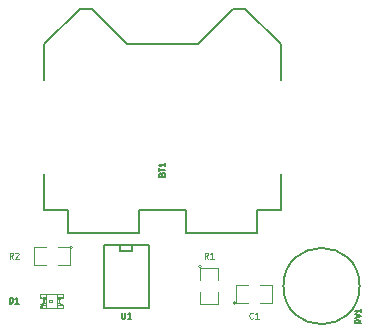
<source format=gto>
G04 (created by PCBNEW (2013-07-07 BZR 4022)-stable) date 9/13/2014 6:53:18 PM*
%MOIN*%
G04 Gerber Fmt 3.4, Leading zero omitted, Abs format*
%FSLAX34Y34*%
G01*
G70*
G90*
G04 APERTURE LIST*
%ADD10C,0.00590551*%
%ADD11C,0.0039*%
%ADD12C,0.0026*%
%ADD13C,0.004*%
%ADD14C,0.002*%
%ADD15C,0.005*%
%ADD16C,0.0043*%
G04 APERTURE END LIST*
G54D10*
G54D11*
X8500Y2150D02*
G75*
G03X8500Y2150I-50J0D01*
G74*
G01*
X8450Y1700D02*
X8450Y2100D01*
X8450Y2100D02*
X9050Y2100D01*
X9050Y2100D02*
X9050Y1700D01*
X9050Y1300D02*
X9050Y900D01*
X9050Y900D02*
X8450Y900D01*
X8450Y900D02*
X8450Y1300D01*
X4200Y2800D02*
G75*
G03X4200Y2800I-50J0D01*
G74*
G01*
X3700Y2800D02*
X4100Y2800D01*
X4100Y2800D02*
X4100Y2200D01*
X4100Y2200D02*
X3700Y2200D01*
X3300Y2200D02*
X2900Y2200D01*
X2900Y2200D02*
X2900Y2800D01*
X2900Y2800D02*
X3300Y2800D01*
X9650Y950D02*
G75*
G03X9650Y950I-50J0D01*
G74*
G01*
X10050Y950D02*
X9650Y950D01*
X9650Y950D02*
X9650Y1550D01*
X9650Y1550D02*
X10050Y1550D01*
X10450Y1550D02*
X10850Y1550D01*
X10850Y1550D02*
X10850Y950D01*
X10850Y950D02*
X10450Y950D01*
G54D12*
X3304Y1118D02*
X3304Y1246D01*
X3304Y1246D02*
X3107Y1246D01*
X3107Y1118D02*
X3107Y1246D01*
X3304Y1118D02*
X3107Y1118D01*
X3304Y873D02*
X3304Y932D01*
X3304Y932D02*
X3205Y932D01*
X3205Y873D02*
X3205Y932D01*
X3304Y873D02*
X3205Y873D01*
X3304Y1068D02*
X3304Y1127D01*
X3304Y1127D02*
X3205Y1127D01*
X3205Y1068D02*
X3205Y1127D01*
X3304Y1068D02*
X3205Y1068D01*
X3304Y922D02*
X3304Y1078D01*
X3304Y1078D02*
X3235Y1078D01*
X3235Y922D02*
X3235Y1078D01*
X3304Y922D02*
X3235Y922D01*
X3893Y1118D02*
X3893Y1246D01*
X3893Y1246D02*
X3696Y1246D01*
X3696Y1118D02*
X3696Y1246D01*
X3893Y1118D02*
X3696Y1118D01*
X3893Y754D02*
X3893Y882D01*
X3893Y882D02*
X3696Y882D01*
X3696Y754D02*
X3696Y882D01*
X3893Y754D02*
X3696Y754D01*
X3795Y1068D02*
X3795Y1127D01*
X3795Y1127D02*
X3696Y1127D01*
X3696Y1068D02*
X3696Y1127D01*
X3795Y1068D02*
X3696Y1068D01*
X3795Y873D02*
X3795Y932D01*
X3795Y932D02*
X3696Y932D01*
X3696Y873D02*
X3696Y932D01*
X3795Y873D02*
X3696Y873D01*
X3765Y922D02*
X3765Y1078D01*
X3765Y1078D02*
X3696Y1078D01*
X3696Y922D02*
X3696Y1078D01*
X3765Y922D02*
X3696Y922D01*
X3500Y961D02*
X3500Y1039D01*
X3500Y1039D02*
X3422Y1039D01*
X3422Y961D02*
X3422Y1039D01*
X3500Y961D02*
X3422Y961D01*
X3304Y764D02*
X3304Y882D01*
X3304Y882D02*
X3186Y882D01*
X3186Y764D02*
X3186Y882D01*
X3304Y764D02*
X3186Y764D01*
X3136Y754D02*
X3136Y843D01*
X3136Y843D02*
X3107Y843D01*
X3107Y754D02*
X3107Y843D01*
X3136Y754D02*
X3107Y754D01*
G54D13*
X3294Y1226D02*
X3706Y1226D01*
X3696Y774D02*
X3136Y774D01*
G54D14*
X3194Y823D02*
G75*
G03X3194Y823I-28J0D01*
G74*
G01*
G54D13*
X3107Y863D02*
G75*
G03X3107Y1137I0J137D01*
G74*
G01*
X3893Y1137D02*
G75*
G03X3893Y863I0J-137D01*
G74*
G01*
G54D10*
X13770Y1500D02*
G75*
G03X13770Y1500I-1270J0D01*
G74*
G01*
X8381Y9555D02*
X9562Y10737D01*
X9562Y10737D02*
X9955Y10737D01*
X9955Y10737D02*
X11137Y9555D01*
X11137Y9555D02*
X11137Y9162D01*
X11137Y8374D02*
X11137Y9162D01*
X8381Y9555D02*
X6018Y9555D01*
X6018Y9555D02*
X4837Y10737D01*
X4837Y10737D02*
X4444Y10737D01*
X4444Y10737D02*
X3262Y9555D01*
X3262Y9555D02*
X3262Y8374D01*
X3262Y5225D02*
X3262Y4044D01*
X3262Y4044D02*
X4050Y4044D01*
X4050Y4044D02*
X4050Y3256D01*
X4050Y3256D02*
X6412Y3256D01*
X6412Y3256D02*
X6412Y4044D01*
X6412Y4044D02*
X7987Y4044D01*
X7987Y4044D02*
X7987Y3256D01*
X7987Y3256D02*
X10349Y3256D01*
X10349Y3256D02*
X10349Y4044D01*
X10349Y4044D02*
X11137Y4044D01*
X11137Y4044D02*
X11137Y5225D01*
G54D15*
X5296Y2853D02*
X5246Y2853D01*
X5246Y2853D02*
X5246Y753D01*
X6746Y753D02*
X6746Y2853D01*
X6746Y2853D02*
X5296Y2853D01*
X6196Y2853D02*
X6196Y2653D01*
X6196Y2653D02*
X5796Y2653D01*
X5796Y2653D02*
X5796Y2853D01*
X6746Y753D02*
X5246Y753D01*
G54D16*
X8716Y2419D02*
X8650Y2514D01*
X8602Y2419D02*
X8602Y2619D01*
X8678Y2619D01*
X8697Y2609D01*
X8707Y2600D01*
X8716Y2580D01*
X8716Y2552D01*
X8707Y2533D01*
X8697Y2523D01*
X8678Y2514D01*
X8602Y2514D01*
X8907Y2419D02*
X8792Y2419D01*
X8850Y2419D02*
X8850Y2619D01*
X8830Y2590D01*
X8811Y2571D01*
X8792Y2561D01*
X2216Y2419D02*
X2150Y2514D01*
X2102Y2419D02*
X2102Y2619D01*
X2178Y2619D01*
X2197Y2609D01*
X2207Y2600D01*
X2216Y2580D01*
X2216Y2552D01*
X2207Y2533D01*
X2197Y2523D01*
X2178Y2514D01*
X2102Y2514D01*
X2292Y2600D02*
X2302Y2609D01*
X2321Y2619D01*
X2369Y2619D01*
X2388Y2609D01*
X2397Y2600D01*
X2407Y2580D01*
X2407Y2561D01*
X2397Y2533D01*
X2283Y2419D01*
X2407Y2419D01*
X10216Y438D02*
X10207Y428D01*
X10178Y419D01*
X10159Y419D01*
X10130Y428D01*
X10111Y447D01*
X10102Y466D01*
X10092Y504D01*
X10092Y533D01*
X10102Y571D01*
X10111Y590D01*
X10130Y609D01*
X10159Y619D01*
X10178Y619D01*
X10207Y609D01*
X10216Y600D01*
X10407Y419D02*
X10292Y419D01*
X10350Y419D02*
X10350Y619D01*
X10330Y590D01*
X10311Y571D01*
X10292Y561D01*
G54D15*
X2102Y919D02*
X2102Y1119D01*
X2150Y1119D01*
X2178Y1109D01*
X2197Y1090D01*
X2207Y1071D01*
X2216Y1033D01*
X2216Y1004D01*
X2207Y966D01*
X2197Y947D01*
X2178Y928D01*
X2150Y919D01*
X2102Y919D01*
X2407Y919D02*
X2292Y919D01*
X2350Y919D02*
X2350Y1119D01*
X2330Y1090D01*
X2311Y1071D01*
X2292Y1061D01*
X13830Y380D02*
X13735Y314D01*
X13830Y266D02*
X13630Y266D01*
X13630Y342D01*
X13640Y361D01*
X13650Y371D01*
X13669Y380D01*
X13697Y380D01*
X13716Y371D01*
X13726Y361D01*
X13735Y342D01*
X13735Y266D01*
X13630Y438D02*
X13830Y504D01*
X13630Y571D01*
X13830Y742D02*
X13830Y628D01*
X13830Y685D02*
X13630Y685D01*
X13659Y666D01*
X13678Y647D01*
X13688Y628D01*
X7176Y5215D02*
X7185Y5244D01*
X7195Y5253D01*
X7214Y5263D01*
X7242Y5263D01*
X7261Y5253D01*
X7271Y5244D01*
X7280Y5225D01*
X7280Y5149D01*
X7080Y5149D01*
X7080Y5215D01*
X7090Y5234D01*
X7100Y5244D01*
X7119Y5253D01*
X7138Y5253D01*
X7157Y5244D01*
X7166Y5234D01*
X7176Y5215D01*
X7176Y5149D01*
X7080Y5320D02*
X7080Y5434D01*
X7280Y5377D02*
X7080Y5377D01*
X7280Y5606D02*
X7280Y5491D01*
X7280Y5549D02*
X7080Y5549D01*
X7109Y5529D01*
X7128Y5510D01*
X7138Y5491D01*
X5847Y619D02*
X5847Y457D01*
X5857Y438D01*
X5866Y428D01*
X5885Y419D01*
X5923Y419D01*
X5942Y428D01*
X5952Y438D01*
X5961Y457D01*
X5961Y619D01*
X6161Y419D02*
X6047Y419D01*
X6104Y419D02*
X6104Y619D01*
X6085Y590D01*
X6066Y571D01*
X6047Y561D01*
M02*

</source>
